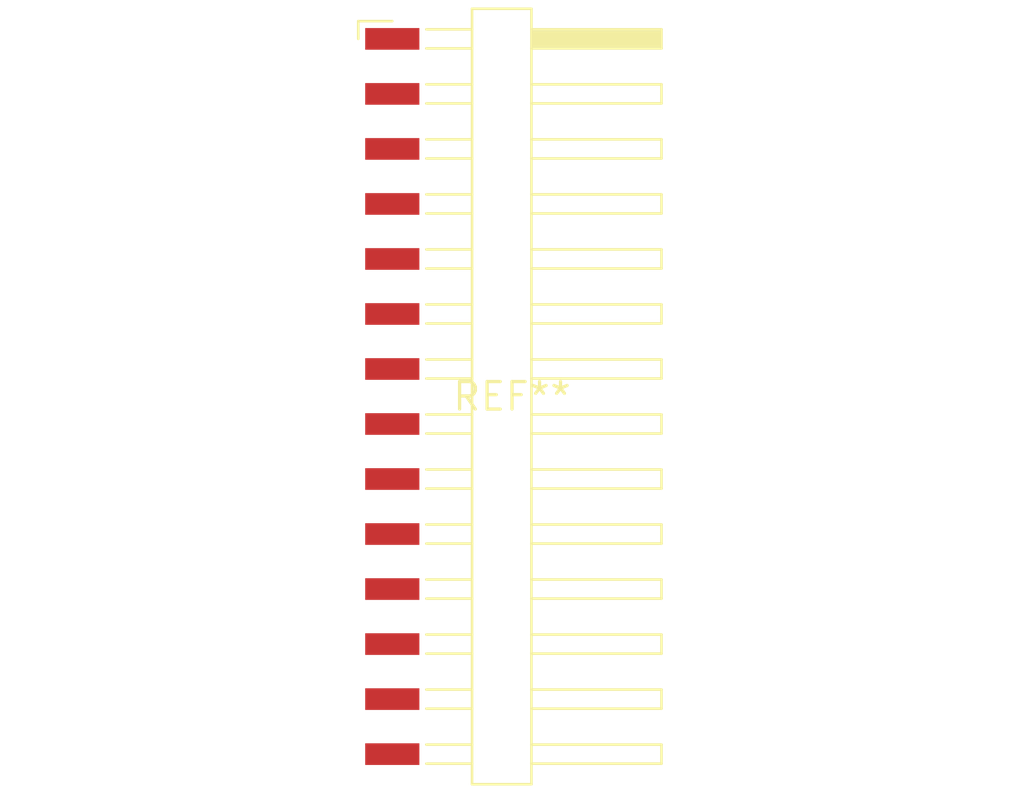
<source format=kicad_pcb>
(kicad_pcb (version 20240108) (generator pcbnew)
  (layers (0 "F.Cu" signal) (31 "B.Cu" signal) (34 "B.Paste" user) (35 "F.Paste" user) (36 "B.SilkS" user "B.Silkscreen") (37 "F.SilkS" user "F.Silkscreen") (38 "B.Mask" user) (39 "F.Mask" user) (44 "Edge.Cuts" user))
  (net 0 "")
  (footprint "Harwin_M20-89014xx_1x14_P2.54mm_Horizontal" (layer "F.Cu") (at 0 0)
    (property "Reference" "REF**")
    (property "Value" "Harwin_M20-89014xx_1x14_P2.54mm_Horizontal")
    (fp_line (start -7.095 -17.33) (end -5.525 -17.33) (layer "F.SilkS") (stroke (width 0.12)))
    (fp_line (start -7.095 -16.51) (end -7.095 -17.33) (layer "F.SilkS") (stroke (width 0.12)))
    (fp_line (start -3.955 -16.95) (end -1.845 -16.95) (layer "F.SilkS") (stroke (width 0.12)))
    (fp_line (start -3.955 -16.07) (end -1.845 -16.07) (layer "F.SilkS") (stroke (width 0.12)))
    (fp_line (start -3.955 -14.41) (end -1.845 -14.41) (layer "F.SilkS") (stroke (width 0.12)))
    (fp_line (start -3.955 -13.53) (end -1.845 -13.53) (layer "F.SilkS") (stroke (width 0.12)))
    (fp_line (start -3.955 -11.87) (end -1.845 -11.87) (layer "F.SilkS") (stroke (width 0.12)))
    (fp_line (start -3.955 -10.99) (end -1.845 -10.99) (layer "F.SilkS") (stroke (width 0.12)))
    (fp_line (start -3.955 -9.33) (end -1.845 -9.33) (layer "F.SilkS") (stroke (width 0.12)))
    (fp_line (start -3.955 -8.45) (end -1.845 -8.45) (layer "F.SilkS") (stroke (width 0.12)))
    (fp_line (start -3.955 -6.79) (end -1.845 -6.79) (layer "F.SilkS") (stroke (width 0.12)))
    (fp_line (start -3.955 -5.91) (end -1.845 -5.91) (layer "F.SilkS") (stroke (width 0.12)))
    (fp_line (start -3.955 -4.25) (end -1.845 -4.25) (layer "F.SilkS") (stroke (width 0.12)))
    (fp_line (start -3.955 -3.37) (end -1.845 -3.37) (layer "F.SilkS") (stroke (width 0.12)))
    (fp_line (start -3.955 -1.71) (end -1.845 -1.71) (layer "F.SilkS") (stroke (width 0.12)))
    (fp_line (start -3.955 -0.83) (end -1.845 -0.83) (layer "F.SilkS") (stroke (width 0.12)))
    (fp_line (start -3.955 0.83) (end -1.845 0.83) (layer "F.SilkS") (stroke (width 0.12)))
    (fp_line (start -3.955 1.71) (end -1.845 1.71) (layer "F.SilkS") (stroke (width 0.12)))
    (fp_line (start -3.955 3.37) (end -1.845 3.37) (layer "F.SilkS") (stroke (width 0.12)))
    (fp_line (start -3.955 4.25) (end -1.845 4.25) (layer "F.SilkS") (stroke (width 0.12)))
    (fp_line (start -3.955 5.91) (end -1.845 5.91) (layer "F.SilkS") (stroke (width 0.12)))
    (fp_line (start -3.955 6.79) (end -1.845 6.79) (layer "F.SilkS") (stroke (width 0.12)))
    (fp_line (start -3.955 8.45) (end -1.845 8.45) (layer "F.SilkS") (stroke (width 0.12)))
    (fp_line (start -3.955 9.33) (end -1.845 9.33) (layer "F.SilkS") (stroke (width 0.12)))
    (fp_line (start -3.955 10.99) (end -1.845 10.99) (layer "F.SilkS") (stroke (width 0.12)))
    (fp_line (start -3.955 11.87) (end -1.845 11.87) (layer "F.SilkS") (stroke (width 0.12)))
    (fp_line (start -3.955 13.53) (end -1.845 13.53) (layer "F.SilkS") (stroke (width 0.12)))
    (fp_line (start -3.955 14.41) (end -1.845 14.41) (layer "F.SilkS") (stroke (width 0.12)))
    (fp_line (start -3.955 16.07) (end -1.845 16.07) (layer "F.SilkS") (stroke (width 0.12)))
    (fp_line (start -3.955 16.95) (end -1.845 16.95) (layer "F.SilkS") (stroke (width 0.12)))
    (fp_line (start -1.845 -17.9) (end 0.895 -17.9) (layer "F.SilkS") (stroke (width 0.12)))
    (fp_line (start -1.845 17.9) (end -1.845 -17.9) (layer "F.SilkS") (stroke (width 0.12)))
    (fp_line (start 0.895 -17.9) (end 0.895 17.9) (layer "F.SilkS") (stroke (width 0.12)))
    (fp_line (start 0.895 -16.95) (end 6.895 -16.95) (layer "F.SilkS") (stroke (width 0.12)))
    (fp_line (start 0.895 -14.41) (end 6.895 -14.41) (layer "F.SilkS") (stroke (width 0.12)))
    (fp_line (start 0.895 -11.87) (end 6.895 -11.87) (layer "F.SilkS") (stroke (width 0.12)))
    (fp_line (start 0.895 -9.33) (end 6.895 -9.33) (layer "F.SilkS") (stroke (width 0.12)))
    (fp_line (start 0.895 -6.79) (end 6.895 -6.79) (layer "F.SilkS") (stroke (width 0.12)))
    (fp_line (start 0.895 -4.25) (end 6.895 -4.25) (layer "F.SilkS") (stroke (width 0.12)))
    (fp_line (start 0.895 -1.71) (end 6.895 -1.71) (layer "F.SilkS") (stroke (width 0.12)))
    (fp_line (start 0.895 0.83) (end 6.895 0.83) (layer "F.SilkS") (stroke (width 0.12)))
    (fp_line (start 0.895 3.37) (end 6.895 3.37) (layer "F.SilkS") (stroke (width 0.12)))
    (fp_line (start 0.895 5.91) (end 6.895 5.91) (layer "F.SilkS") (stroke (width 0.12)))
    (fp_line (start 0.895 8.45) (end 6.895 8.45) (layer "F.SilkS") (stroke (width 0.12)))
    (fp_line (start 0.895 10.99) (end 6.895 10.99) (layer "F.SilkS") (stroke (width 0.12)))
    (fp_line (start 0.895 13.53) (end 6.895 13.53) (layer "F.SilkS") (stroke (width 0.12)))
    (fp_line (start 0.895 16.07) (end 6.895 16.07) (layer "F.SilkS") (stroke (width 0.12)))
    (fp_line (start 0.895 17.9) (end -1.845 17.9) (layer "F.SilkS") (stroke (width 0.12)))
    (fp_line (start 6.895 -16.95) (end 6.895 -16.07) (layer "F.SilkS") (stroke (width 0.12)))
    (fp_line (start 6.895 -16.07) (end 0.895 -16.07) (layer "F.SilkS") (stroke (width 0.12)))
    (fp_line (start 6.895 -14.41) (end 6.895 -13.53) (layer "F.SilkS") (stroke (width 0.12)))
    (fp_line (start 6.895 -13.53) (end 0.895 -13.53) (layer "F.SilkS") (stroke (width 0.12)))
    (fp_line (start 6.895 -11.87) (end 6.895 -10.99) (layer "F.SilkS") (stroke (width 0.12)))
    (fp_line (start 6.895 -10.99) (end 0.895 -10.99) (layer "F.SilkS") (stroke (width 0.12)))
    (fp_line (start 6.895 -9.33) (end 6.895 -8.45) (layer "F.SilkS") (stroke (width 0.12)))
    (fp_line (start 6.895 -8.45) (end 0.895 -8.45) (layer "F.SilkS") (stroke (width 0.12)))
    (fp_line (start 6.895 -6.79) (end 6.895 -5.91) (layer "F.SilkS") (stroke (width 0.12)))
    (fp_line (start 6.895 -5.91) (end 0.895 -5.91) (layer "F.SilkS") (stroke (width 0.12)))
    (fp_line (start 6.895 -4.25) (end 6.895 -3.37) (layer "F.SilkS") (stroke (width 0.12)))
    (fp_line (start 6.895 -3.37) (end 0.895 -3.37) (layer "F.SilkS") (stroke (width 0.12)))
    (fp_line (start 6.895 -1.71) (end 6.895 -0.83) (layer "F.SilkS") (stroke (width 0.12)))
    (fp_line (start 6.895 -0.83) (end 0.895 -0.83) (layer "F.SilkS") (stroke (width 0.12)))
    (fp_line (start 6.895 0.83) (end 6.895 1.71) (layer "F.SilkS") (stroke (width 0.12)))
    (fp_line (start 6.895 1.71) (end 0.895 1.71) (layer "F.SilkS") (stroke (width 0.12)))
    (fp_line (start 6.895 3.37) (end 6.895 4.25) (layer "F.SilkS") (stroke (width 0.12)))
    (fp_line (start 6.895 4.25) (end 0.895 4.25) (layer "F.SilkS") (stroke (width 0.12)))
    (fp_line (start 6.895 5.91) (end 6.895 6.79) (layer "F.SilkS") (stroke (width 0.12)))
    (fp_line (start 6.895 6.79) (end 0.895 6.79) (layer "F.SilkS") (stroke (width 0.12)))
    (fp_line (start 6.895 8.45) (end 6.895 9.33) (layer "F.SilkS") (stroke (width 0.12)))
    (fp_line (start 6.895 9.33) (end 0.895 9.33) (layer "F.SilkS") (stroke (width 0.12)))
    (fp_line (start 6.895 10.99) (end 6.895 11.87) (layer "F.SilkS") (stroke (width 0.12)))
    (fp_line (start 6.895 11.87) (end 0.895 11.87) (layer "F.SilkS") (stroke (width 0.12)))
    (fp_line (start 6.895 13.53) (end 6.895 14.41) (layer "F.SilkS") (stroke (width 0.12)))
    (fp_line (start 6.895 14.41) (end 0.895 14.41) (layer "F.SilkS") (stroke (width 0.12)))
    (fp_line (start 6.895 16.07) (end 6.895 16.95) (layer "F.SilkS") (stroke (width 0.12)))
    (fp_line (start 6.895 16.95) (end 0.895 16.95) (layer "F.SilkS") (stroke (width 0.12)))
    (pad "" smd rect (at 3.895 -16.51) (size 6 0.76) (layers "F.SilkS"))
    (pad "1" smd rect (at -5.525 -16.51) (size 2.5 1) (layers "F.Cu" "F.Paste" "F.Mask"))
    (pad "2" smd rect (at -5.525 -13.97) (size 2.5 1) (layers "F.Cu" "F.Paste" "F.Mask"))
    (pad "3" smd rect (at -5.525 -11.43) (size 2.5 1) (layers "F.Cu" "F.Paste" "F.Mask"))
    (pad "4" smd rect (at -5.525 -8.89) (size 2.5 1) (layers "F.Cu" "F.Paste" "F.Mask"))
    (pad "5" smd rect (at -5.525 -6.35) (size 2.5 1) (layers "F.Cu" "F.Paste" "F.Mask"))
    (pad "6" smd rect (at -5.525 -3.81) (size 2.5 1) (layers "F.Cu" "F.Paste" "F.Mask"))
    (pad "7" smd rect (at -5.525 -1.27) (size 2.5 1) (layers "F.Cu" "F.Paste" "F.Mask"))
    (pad "8" smd rect (at -5.525 1.27) (size 2.5 1) (layers "F.Cu" "F.Paste" "F.Mask"))
    (pad "9" smd rect (at -5.525 3.81) (size 2.5 1) (layers "F.Cu" "F.Paste" "F.Mask"))
    (pad "10" smd rect (at -5.525 6.35) (size 2.5 1) (layers "F.Cu" "F.Paste" "F.Mask"))
    (pad "11" smd rect (at -5.525 8.89) (size 2.5 1) (layers "F.Cu" "F.Paste" "F.Mask"))
    (pad "12" smd rect (at -5.525 11.43) (size 2.5 1) (layers "F.Cu" "F.Paste" "F.Mask"))
    (pad "13" smd rect (at -5.525 13.97) (size 2.5 1) (layers "F.Cu" "F.Paste" "F.Mask"))
    (pad "14" smd rect (at -5.525 16.51) (size 2.5 1) (layers "F.Cu" "F.Paste" "F.Mask"))
  )
)
</source>
